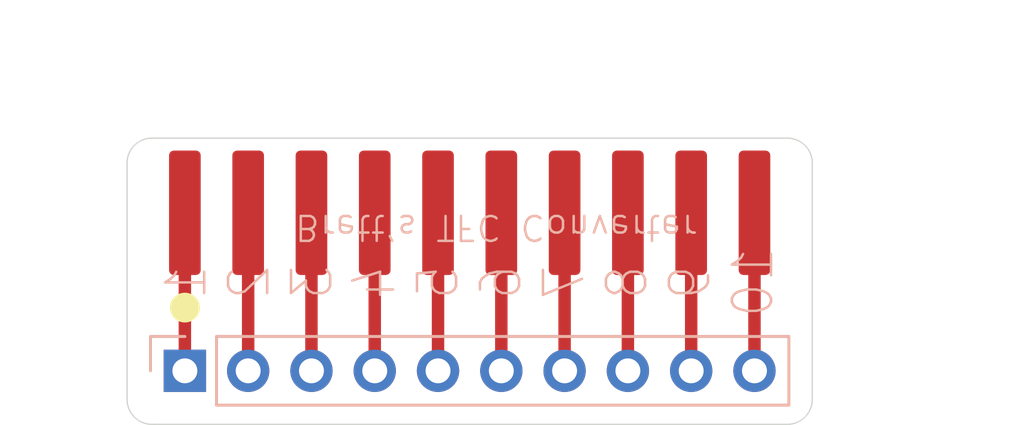
<source format=kicad_pcb>
(kicad_pcb (version 20241229) (generator "pcbnew") (generator_version "9.0")
  (title_block (title "TFC 10-pin Converter") (date "1/Aug/2025") (rev "A") (company "Brett Hallen") (comment 1 "www.youtube.com/@Brfff"))
  (layers (0 "F.Cu" signal) (2 "B.Cu" signal) (13 "F.Paste" user) (15 "B.Paste" user) (5 "F.SilkS" user "F.Silkscreen") (7 "B.SilkS" user "B.Silkscreen") (1 "F.Mask" user) (3 "B.Mask" user) (25 "Edge.Cuts" user))
  (net 0 "")
  (net 1 "Net-(J1-Pin_2)")
  (net 2 "Net-(J1-Pin_7)")
  (net 3 "Net-(J1-Pin_10)")
  (net 4 "Net-(J1-Pin_4)")
  (net 5 "Net-(J1-Pin_6)")
  (net 6 "Net-(J1-Pin_8)")
  (net 7 "Net-(J1-Pin_5)")
  (net 8 "Net-(J1-Pin_1)")
  (net 9 "Net-(J1-Pin_3)")
  (net 10 "Net-(J1-Pin_9)")
  (footprint "Clueless_Engineer:TFC_10-pin" (layer "F.Cu") (at 111.69 57.5)
    (property "Reference" "J1" (hide yes))
    (property "Value" "TFC_10-pin" (hide yes))
    (pad "1" connect roundrect (at -11.43 0 180) (size 1.27 5) (layers "F.Cu" "F.Mask") (roundrect_rratio 0.15) (net 8 "Net-(J1-Pin_1)"))
    (pad "2" connect roundrect (at -8.89 0 180) (size 1.27 5) (layers "F.Cu" "F.Mask") (roundrect_rratio 0.15) (net 1 "Net-(J1-Pin_2)"))
    (pad "3" connect roundrect (at -6.35 0 180) (size 1.27 5) (layers "F.Cu" "F.Mask") (roundrect_rratio 0.15) (net 9 "Net-(J1-Pin_3)"))
    (pad "4" connect roundrect (at -3.81 0 180) (size 1.27 5) (layers "F.Cu" "F.Mask") (roundrect_rratio 0.15) (net 4 "Net-(J1-Pin_4)"))
    (pad "5" connect roundrect (at -1.27 0 180) (size 1.27 5) (layers "F.Cu" "F.Mask") (roundrect_rratio 0.15) (net 7 "Net-(J1-Pin_5)"))
    (pad "6" connect roundrect (at 1.27 0 180) (size 1.27 5) (layers "F.Cu" "F.Mask") (roundrect_rratio 0.15) (net 5 "Net-(J1-Pin_6)"))
    (pad "7" connect roundrect (at 3.81 0 180) (size 1.27 5) (layers "F.Cu" "F.Mask") (roundrect_rratio 0.15) (net 2 "Net-(J1-Pin_7)"))
    (pad "8" connect roundrect (at 6.35 0 180) (size 1.27 5) (layers "F.Cu" "F.Mask") (roundrect_rratio 0.15) (net 6 "Net-(J1-Pin_8)"))
    (pad "9" connect roundrect (at 8.89 0 180) (size 1.27 5) (layers "F.Cu" "F.Mask") (roundrect_rratio 0.15) (net 10 "Net-(J1-Pin_9)"))
    (pad "10" connect roundrect (at 11.43 0 180) (size 1.27 5) (layers "F.Cu" "F.Mask") (roundrect_rratio 0.15) (net 3 "Net-(J1-Pin_10)"))
  )
  (footprint "Connector_PinHeader_2.54mm:PinHeader_1x10_P2.54mm_Vertical" (layer "B.Cu") (at 100.26 63.85 -90)
    (property "Reference" "J2" (hide yes))
    (property "Value" "Header_10-pin" (hide yes))
    (fp_line (start -1.38 1.38) (end 0 1.38) (stroke (width 0.12)) (layer "B.SilkS"))
    (fp_line (start -1.38 0) (end -1.38 1.38) (stroke (width 0.12)) (layer "B.SilkS"))
    (fp_line (start -1.38 -1.27) (end 1.38 -1.27) (stroke (width 0.12)) (layer "B.SilkS"))
    (fp_line (start -1.38 -1.27) (end -1.38 -24.24) (stroke (width 0.12)) (layer "B.SilkS"))
    (fp_line (start 1.38 -1.27) (end 1.38 -24.24) (stroke (width 0.12)) (layer "B.SilkS"))
    (fp_line (start -1.38 -24.24) (end 1.38 -24.24) (stroke (width 0.12)) (layer "B.SilkS"))
    (pad "1" thru_hole rect (at 0 0 270) (size 1.7 1.7) (drill 1) (layers "*.Cu" "*.Mask") (net 8 "Net-(J1-Pin_1)"))
    (pad "2" thru_hole circle (at 0 -2.54 270) (size 1.7 1.7) (drill 1) (layers "*.Cu" "*.Mask") (net 1 "Net-(J1-Pin_2)"))
    (pad "3" thru_hole circle (at 0 -5.08 270) (size 1.7 1.7) (drill 1) (layers "*.Cu" "*.Mask") (net 9 "Net-(J1-Pin_3)"))
    (pad "4" thru_hole circle (at 0 -7.62 270) (size 1.7 1.7) (drill 1) (layers "*.Cu" "*.Mask") (net 4 "Net-(J1-Pin_4)"))
    (pad "5" thru_hole circle (at 0 -10.16 270) (size 1.7 1.7) (drill 1) (layers "*.Cu" "*.Mask") (net 7 "Net-(J1-Pin_5)"))
    (pad "6" thru_hole circle (at 0 -12.7 270) (size 1.7 1.7) (drill 1) (layers "*.Cu" "*.Mask") (net 5 "Net-(J1-Pin_6)"))
    (pad "7" thru_hole circle (at 0 -15.24 270) (size 1.7 1.7) (drill 1) (layers "*.Cu" "*.Mask") (net 2 "Net-(J1-Pin_7)"))
    (pad "8" thru_hole circle (at 0 -17.78 270) (size 1.7 1.7) (drill 1) (layers "*.Cu" "*.Mask") (net 6 "Net-(J1-Pin_8)"))
    (pad "9" thru_hole circle (at 0 -20.32 270) (size 1.7 1.7) (drill 1) (layers "*.Cu" "*.Mask") (net 10 "Net-(J1-Pin_9)"))
    (pad "10" thru_hole circle (at 0 -22.86 270) (size 1.7 1.7) (drill 1) (layers "*.Cu" "*.Mask") (net 3 "Net-(J1-Pin_10)"))
  )
  (gr_circle (center 100.26 61.31) (end 100.791817 61.442295) (stroke (width 0.1)) (fill yes) (layer "F.SilkS"))
  (gr_line (start 98.94 54.5) (end 124.44 54.5) (stroke (width 0.05)) (layer "Edge.Cuts"))
  (gr_line (start 124.44 66) (end 98.94 66) (stroke (width 0.05)) (layer "Edge.Cuts"))
  (gr_line (start 97.94 65) (end 97.94 55.5) (stroke (width 0.05)) (layer "Edge.Cuts"))
  (gr_arc (start 125.44 65) (mid 125.147107 65.707107) (end 124.44 66) (stroke (width 0.05)) (layer "Edge.Cuts"))
  (gr_arc (start 97.94 55.5) (mid 98.232893 54.792893) (end 98.94 54.5) (stroke (width 0.05)) (layer "Edge.Cuts"))
  (gr_line (start 125.44 55.5) (end 125.44 65) (stroke (width 0.05)) (layer "Edge.Cuts"))
  (gr_arc (start 124.44 54.5) (mid 125.147107 54.792893) (end 125.44 55.5) (stroke (width 0.05)) (layer "Edge.Cuts"))
  (gr_arc (start 98.94 66) (mid 98.232893 65.707107) (end 97.94 65) (stroke (width 0.05)) (layer "Edge.Cuts"))
  (gr_text "1\n2\n3\n4\n5\n6\n7\n8\n9\n10" (at 123.980506 60.296714 90) (layer "B.SilkS") (effects (font (size 1.57 1.5) (thickness 0.1)) (justify bottom mirror)))
  (gr_text "Brett's TFC Converter" (at 104.608021 57.5 180) (layer "B.SilkS") (effects (font (size 1 1) (thickness 0.1)) (justify left bottom mirror)))
  (segment (start 102.8 57.5) (end 102.8 63.85) (width 0.5) (layer "F.Cu") (net 1))
  (segment (start 115.5 57.5) (end 115.5 63.85) (width 0.5) (layer "F.Cu") (net 2))
  (segment (start 123.12 57.5) (end 123.12 63.85) (width 0.5) (layer "F.Cu") (net 3))
  (segment (start 107.88 57.5) (end 107.88 63.85) (width 0.5) (layer "F.Cu") (net 4))
  (segment (start 112.96 57.5) (end 112.96 63.85) (width 0.5) (layer "F.Cu") (net 5))
  (segment (start 118.04 57.5) (end 118.04 63.85) (width 0.5) (layer "F.Cu") (net 6))
  (segment (start 110.42 57.5) (end 110.42 63.85) (width 0.5) (layer "F.Cu") (net 7))
  (segment (start 100.26 57.5) (end 100.26 63.85) (width 0.5) (layer "F.Cu") (net 8))
  (segment (start 105.34 57.5) (end 105.34 63.85) (width 0.5) (layer "F.Cu") (net 9))
  (segment (start 120.58 57.5) (end 120.58 63.85) (width 0.5) (layer "F.Cu") (net 10))
)
</source>
